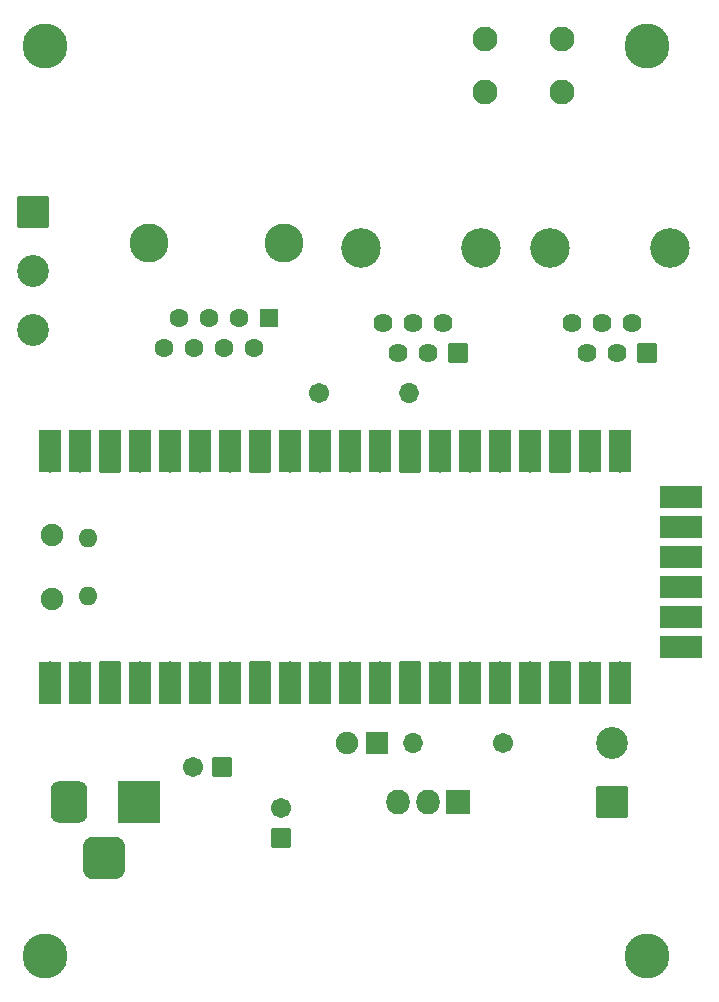
<source format=gbr>
%TF.GenerationSoftware,KiCad,Pcbnew,(6.0.11)*%
%TF.CreationDate,2023-02-20T01:39:33-05:00*%
%TF.ProjectId,Weather_Pico,57656174-6865-4725-9f50-69636f2e6b69,v1*%
%TF.SameCoordinates,Original*%
%TF.FileFunction,Soldermask,Top*%
%TF.FilePolarity,Negative*%
%FSLAX46Y46*%
G04 Gerber Fmt 4.6, Leading zero omitted, Abs format (unit mm)*
G04 Created by KiCad (PCBNEW (6.0.11)) date 2023-02-20 01:39:33*
%MOMM*%
%LPD*%
G01*
G04 APERTURE LIST*
G04 Aperture macros list*
%AMRoundRect*
0 Rectangle with rounded corners*
0 $1 Rounding radius*
0 $2 $3 $4 $5 $6 $7 $8 $9 X,Y pos of 4 corners*
0 Add a 4 corners polygon primitive as box body*
4,1,4,$2,$3,$4,$5,$6,$7,$8,$9,$2,$3,0*
0 Add four circle primitives for the rounded corners*
1,1,$1+$1,$2,$3*
1,1,$1+$1,$4,$5*
1,1,$1+$1,$6,$7*
1,1,$1+$1,$8,$9*
0 Add four rect primitives between the rounded corners*
20,1,$1+$1,$2,$3,$4,$5,0*
20,1,$1+$1,$4,$5,$6,$7,0*
20,1,$1+$1,$6,$7,$8,$9,0*
20,1,$1+$1,$8,$9,$2,$3,0*%
G04 Aperture macros list end*
%ADD10O,1.902000X1.902000*%
%ADD11O,1.602000X1.602000*%
%ADD12O,1.802000X1.802000*%
%ADD13RoundRect,0.051000X0.850000X-1.750000X0.850000X1.750000X-0.850000X1.750000X-0.850000X-1.750000X0*%
%ADD14RoundRect,0.051000X0.850000X-0.850000X0.850000X0.850000X-0.850000X0.850000X-0.850000X-0.850000X0*%
%ADD15C,2.102000*%
%ADD16C,1.702000*%
%ADD17O,1.702000X1.702000*%
%ADD18RoundRect,0.051000X-1.750000X-0.850000X1.750000X-0.850000X1.750000X0.850000X-1.750000X0.850000X0*%
%ADD19RoundRect,0.051000X0.900000X0.900000X-0.900000X0.900000X-0.900000X-0.900000X0.900000X-0.900000X0*%
%ADD20C,1.902000*%
%ADD21RoundRect,0.051000X-1.300000X1.300000X-1.300000X-1.300000X1.300000X-1.300000X1.300000X1.300000X0*%
%ADD22C,2.702000*%
%ADD23RoundRect,0.051000X1.300000X-1.300000X1.300000X1.300000X-1.300000X1.300000X-1.300000X-1.300000X0*%
%ADD24RoundRect,0.051000X0.800000X-0.800000X0.800000X0.800000X-0.800000X0.800000X-0.800000X-0.800000X0*%
%ADD25RoundRect,0.051000X0.800000X0.800000X-0.800000X0.800000X-0.800000X-0.800000X0.800000X-0.800000X0*%
%ADD26C,3.802000*%
%ADD27C,3.352000*%
%ADD28RoundRect,0.051000X0.760000X0.760000X-0.760000X0.760000X-0.760000X-0.760000X0.760000X-0.760000X0*%
%ADD29C,1.622000*%
%ADD30C,3.302000*%
%ADD31RoundRect,0.051000X0.750000X0.750000X-0.750000X0.750000X-0.750000X-0.750000X0.750000X-0.750000X0*%
%ADD32C,1.602000*%
%ADD33RoundRect,0.051000X0.952500X1.000000X-0.952500X1.000000X-0.952500X-1.000000X0.952500X-1.000000X0*%
%ADD34O,2.007000X2.102000*%
%ADD35RoundRect,0.051000X-1.750000X-1.750000X1.750000X-1.750000X1.750000X1.750000X-1.750000X1.750000X0*%
%ADD36RoundRect,0.801000X-0.750000X-1.000000X0.750000X-1.000000X0.750000X1.000000X-0.750000X1.000000X0*%
%ADD37RoundRect,0.926000X-0.875000X-0.875000X0.875000X-0.875000X0.875000X0.875000X-0.875000X0.875000X0*%
G04 APERTURE END LIST*
D10*
%TO.C,U1*%
X125600000Y-104375000D03*
D11*
X128630000Y-109525000D03*
D10*
X125600000Y-109825000D03*
D11*
X128630000Y-104675000D03*
D12*
X125470000Y-115990000D03*
D13*
X125470000Y-116890000D03*
X128010000Y-116890000D03*
D12*
X128010000Y-115990000D03*
D14*
X130550000Y-115990000D03*
D13*
X130550000Y-116890000D03*
X133090000Y-116890000D03*
D12*
X133090000Y-115990000D03*
D13*
X135630000Y-116890000D03*
D12*
X135630000Y-115990000D03*
X138170000Y-115990000D03*
D13*
X138170000Y-116890000D03*
D12*
X140710000Y-115990000D03*
D13*
X140710000Y-116890000D03*
X143250000Y-116890000D03*
D14*
X143250000Y-115990000D03*
D12*
X145790000Y-115990000D03*
D13*
X145790000Y-116890000D03*
X148330000Y-116890000D03*
D12*
X148330000Y-115990000D03*
X150870000Y-115990000D03*
D13*
X150870000Y-116890000D03*
X153410000Y-116890000D03*
D12*
X153410000Y-115990000D03*
D13*
X155950000Y-116890000D03*
D14*
X155950000Y-115990000D03*
D13*
X158490000Y-116890000D03*
D12*
X158490000Y-115990000D03*
X161030000Y-115990000D03*
D13*
X161030000Y-116890000D03*
D12*
X163570000Y-115990000D03*
D13*
X163570000Y-116890000D03*
X166110000Y-116890000D03*
D12*
X166110000Y-115990000D03*
D13*
X168650000Y-116890000D03*
D14*
X168650000Y-115990000D03*
D13*
X171190000Y-116890000D03*
D12*
X171190000Y-115990000D03*
D13*
X173730000Y-116890000D03*
D12*
X173730000Y-115990000D03*
X173730000Y-98210000D03*
D13*
X173730000Y-97310000D03*
D12*
X171190000Y-98210000D03*
D13*
X171190000Y-97310000D03*
D14*
X168650000Y-98210000D03*
D13*
X168650000Y-97310000D03*
D12*
X166110000Y-98210000D03*
D13*
X166110000Y-97310000D03*
D12*
X163570000Y-98210000D03*
D13*
X163570000Y-97310000D03*
D12*
X161030000Y-98210000D03*
D13*
X161030000Y-97310000D03*
D12*
X158490000Y-98210000D03*
D13*
X158490000Y-97310000D03*
X155950000Y-97310000D03*
D14*
X155950000Y-98210000D03*
D12*
X153410000Y-98210000D03*
D13*
X153410000Y-97310000D03*
X150870000Y-97310000D03*
D12*
X150870000Y-98210000D03*
X148330000Y-98210000D03*
D13*
X148330000Y-97310000D03*
D12*
X145790000Y-98210000D03*
D13*
X145790000Y-97310000D03*
X143250000Y-97310000D03*
D14*
X143250000Y-98210000D03*
D12*
X140710000Y-98210000D03*
D13*
X140710000Y-97310000D03*
D12*
X138170000Y-98210000D03*
D13*
X138170000Y-97310000D03*
X135630000Y-97310000D03*
D12*
X135630000Y-98210000D03*
X133090000Y-98210000D03*
D13*
X133090000Y-97310000D03*
X130550000Y-97310000D03*
D14*
X130550000Y-98210000D03*
D12*
X128010000Y-98210000D03*
D13*
X128010000Y-97310000D03*
X125470000Y-97310000D03*
D12*
X125470000Y-98210000D03*
%TD*%
D15*
%TO.C,SW1*%
X162250000Y-66850000D03*
X168750000Y-66850000D03*
X162250000Y-62350000D03*
X168750000Y-62350000D03*
%TD*%
D16*
%TO.C,R2*%
X163810000Y-122000000D03*
D17*
X156190000Y-122000000D03*
%TD*%
D18*
%TO.C,J7*%
X178875000Y-101147500D03*
X178875000Y-103687500D03*
X178875000Y-106227500D03*
X178875000Y-108767500D03*
X178875000Y-111307500D03*
X178875000Y-113847500D03*
%TD*%
D19*
%TO.C,D1*%
X153140000Y-122000000D03*
D20*
X150600000Y-122000000D03*
%TD*%
D21*
%TO.C,J3*%
X124000000Y-77000000D03*
D22*
X124000000Y-82000000D03*
X124000000Y-87000000D03*
%TD*%
D16*
%TO.C,R1*%
X148190000Y-92400000D03*
D17*
X155810000Y-92400000D03*
%TD*%
D23*
%TO.C,J1*%
X173000000Y-127000000D03*
D22*
X173000000Y-122000000D03*
%TD*%
D24*
%TO.C,C1*%
X145000000Y-130000000D03*
D16*
X145000000Y-127500000D03*
%TD*%
D25*
%TO.C,C2*%
X140000000Y-124000000D03*
D16*
X137500000Y-124000000D03*
%TD*%
D26*
%TO.C,H1*%
X176000000Y-140000000D03*
%TD*%
%TO.C,H2*%
X125000000Y-63000000D03*
%TD*%
%TO.C,H3*%
X176000000Y-63000000D03*
%TD*%
%TO.C,H4*%
X125000000Y-140000000D03*
%TD*%
D27*
%TO.C,J4*%
X167750000Y-80110000D03*
X177910000Y-80110000D03*
D28*
X176000000Y-89000000D03*
D29*
X174730000Y-86460000D03*
X173460000Y-89000000D03*
X172190000Y-86460000D03*
X170920000Y-89000000D03*
X169650000Y-86460000D03*
%TD*%
D27*
%TO.C,J5*%
X151750000Y-80110000D03*
X161910000Y-80110000D03*
D28*
X160000000Y-89000000D03*
D29*
X158730000Y-86460000D03*
X157460000Y-89000000D03*
X156190000Y-86460000D03*
X154920000Y-89000000D03*
X153650000Y-86460000D03*
%TD*%
D30*
%TO.C,J6*%
X145270000Y-79650000D03*
X133840000Y-79650000D03*
D31*
X144000000Y-86000000D03*
D32*
X142730000Y-88540000D03*
X141460000Y-86000000D03*
X140190000Y-88540000D03*
X138920000Y-86000000D03*
X137650000Y-88540000D03*
X136380000Y-86000000D03*
X135110000Y-88540000D03*
%TD*%
D33*
%TO.C,U2*%
X160000000Y-127000000D03*
D34*
X157460000Y-127000000D03*
X154920000Y-127000000D03*
%TD*%
D35*
%TO.C,J2*%
X133000000Y-127000000D03*
D36*
X127000000Y-127000000D03*
D37*
X130000000Y-131700000D03*
%TD*%
M02*

</source>
